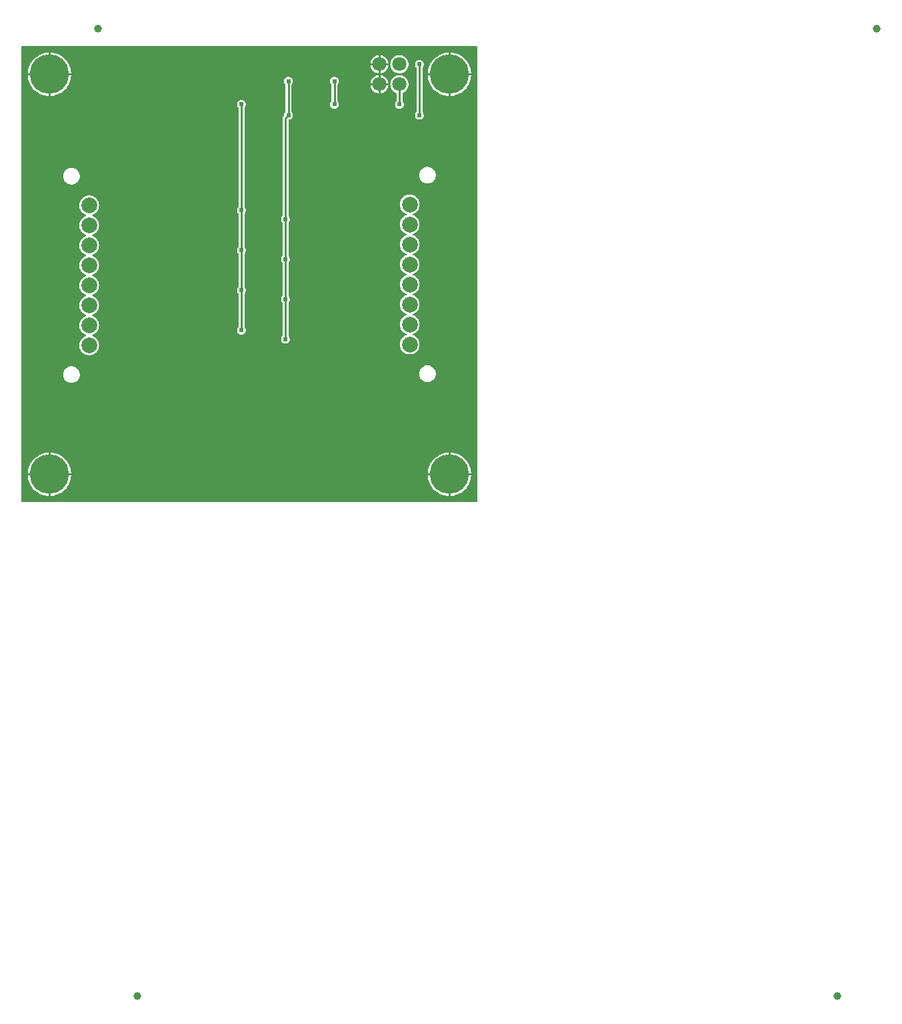
<source format=gbl>
G04 Layer: BottomLayer*
G04 Panelize: V-CUT, Column: 2, Row: 2, Board Size: 58.42mm x 58.42mm, Panelized Board Size: 118.84mm x 118.84mm*
G04 EasyEDA v6.5.34, 2023-09-17 23:44:37*
G04 cd246424f58644acbb11c68d5f65e239,5a6b42c53f6a479593ecc07194224c93,10*
G04 Gerber Generator version 0.2*
G04 Scale: 100 percent, Rotated: No, Reflected: No *
G04 Dimensions in millimeters *
G04 leading zeros omitted , absolute positions ,4 integer and 5 decimal *
%FSLAX45Y45*%
%MOMM*%

%ADD10C,0.2540*%
%ADD11C,1.0000*%
%ADD12C,5.0000*%
%ADD13C,2.0000*%
%ADD14C,1.8000*%
%ADD15C,0.6096*%
%ADD16C,0.0153*%

%LPD*%
G36*
X5805932Y25908D02*
G01*
X36068Y26416D01*
X32156Y27178D01*
X28905Y29362D01*
X26670Y32664D01*
X25908Y36576D01*
X25908Y5805932D01*
X26670Y5809843D01*
X28905Y5813094D01*
X32156Y5815330D01*
X36068Y5816092D01*
X5805932Y5816092D01*
X5809843Y5815330D01*
X5813094Y5813094D01*
X5815330Y5809843D01*
X5816092Y5805932D01*
X5816092Y36068D01*
X5815330Y32207D01*
X5813094Y28905D01*
X5809843Y26670D01*
G37*

%LPC*%
G36*
X4584700Y5600700D02*
G01*
X4687112Y5600700D01*
X4686960Y5602528D01*
X4684268Y5616803D01*
X4679746Y5630672D01*
X4673549Y5643829D01*
X4665776Y5656122D01*
X4656480Y5667349D01*
X4645863Y5677306D01*
X4634077Y5685840D01*
X4621326Y5692851D01*
X4607814Y5698236D01*
X4593691Y5701842D01*
X4584700Y5702960D01*
G37*
G36*
X393700Y105562D02*
G01*
X398322Y105664D01*
X421284Y108051D01*
X443992Y112369D01*
X466242Y118618D01*
X487934Y126644D01*
X508812Y136499D01*
X528828Y148031D01*
X547827Y161239D01*
X565607Y175971D01*
X582117Y192125D01*
X597204Y209600D01*
X610819Y228295D01*
X622757Y248107D01*
X633018Y268782D01*
X641553Y290271D01*
X648208Y312369D01*
X653034Y334975D01*
X655929Y357936D01*
X656336Y368300D01*
X393700Y368300D01*
G37*
G36*
X5448300Y105613D02*
G01*
X5448300Y368300D01*
X5185410Y368300D01*
X5187289Y346405D01*
X5191150Y323646D01*
X5196890Y301244D01*
X5204460Y279450D01*
X5213858Y258317D01*
X5224983Y238099D01*
X5237784Y218846D01*
X5252161Y200710D01*
X5267960Y183896D01*
X5285130Y168402D01*
X5303520Y154432D01*
X5323027Y142087D01*
X5343499Y131368D01*
X5364835Y122428D01*
X5386781Y115265D01*
X5409285Y109982D01*
X5432145Y106629D01*
G37*
G36*
X368300Y105613D02*
G01*
X368300Y368300D01*
X105410Y368300D01*
X107289Y346405D01*
X111150Y323646D01*
X116890Y301244D01*
X124460Y279450D01*
X133858Y258317D01*
X144983Y238099D01*
X157784Y218846D01*
X172161Y200710D01*
X187960Y183896D01*
X205130Y168402D01*
X223520Y154432D01*
X243027Y142087D01*
X263499Y131368D01*
X284835Y122428D01*
X306781Y115265D01*
X329285Y109982D01*
X352145Y106629D01*
G37*
G36*
X5473700Y393700D02*
G01*
X5736336Y393700D01*
X5735929Y404063D01*
X5733034Y427024D01*
X5728208Y449630D01*
X5721553Y471728D01*
X5713018Y493217D01*
X5702757Y513892D01*
X5690819Y533704D01*
X5677204Y552348D01*
X5662117Y569874D01*
X5645607Y586028D01*
X5627827Y600760D01*
X5608828Y613968D01*
X5588812Y625500D01*
X5567934Y635355D01*
X5546242Y643382D01*
X5523992Y649630D01*
X5501284Y653948D01*
X5478322Y656336D01*
X5473700Y656437D01*
G37*
G36*
X393700Y393700D02*
G01*
X656336Y393700D01*
X655929Y404063D01*
X653034Y427024D01*
X648208Y449630D01*
X641553Y471728D01*
X633018Y493217D01*
X622757Y513892D01*
X610819Y533704D01*
X597204Y552348D01*
X582117Y569874D01*
X565607Y586028D01*
X547827Y600760D01*
X528828Y613968D01*
X508812Y625500D01*
X487934Y635355D01*
X466242Y643382D01*
X443992Y649630D01*
X421284Y653948D01*
X398322Y656336D01*
X393700Y656437D01*
G37*
G36*
X5185410Y393700D02*
G01*
X5448300Y393700D01*
X5448300Y656386D01*
X5432145Y655370D01*
X5409285Y652018D01*
X5386781Y646734D01*
X5364835Y639572D01*
X5343499Y630631D01*
X5323027Y619912D01*
X5303520Y607568D01*
X5285130Y593598D01*
X5267960Y578104D01*
X5252161Y561289D01*
X5237784Y543153D01*
X5224983Y523900D01*
X5213858Y503682D01*
X5204460Y482549D01*
X5196890Y460756D01*
X5191150Y438353D01*
X5187289Y415594D01*
G37*
G36*
X105410Y393700D02*
G01*
X368300Y393700D01*
X368300Y656386D01*
X352145Y655370D01*
X329285Y652018D01*
X306781Y646734D01*
X284835Y639572D01*
X263499Y630631D01*
X243027Y619912D01*
X223520Y607568D01*
X205130Y593598D01*
X187960Y578104D01*
X172161Y561289D01*
X157784Y543153D01*
X144983Y523900D01*
X133858Y503682D01*
X124460Y482549D01*
X116890Y460756D01*
X111150Y438353D01*
X107289Y415594D01*
G37*
G36*
X660400Y1539900D02*
G01*
X674217Y1540814D01*
X687781Y1543507D01*
X700938Y1547977D01*
X713333Y1554073D01*
X724865Y1561795D01*
X735279Y1570939D01*
X744423Y1581353D01*
X752094Y1592834D01*
X758240Y1605280D01*
X762660Y1618386D01*
X765403Y1631950D01*
X766267Y1645767D01*
X765403Y1659636D01*
X762660Y1673199D01*
X758240Y1686306D01*
X752094Y1698752D01*
X744423Y1710232D01*
X735279Y1720646D01*
X724865Y1729790D01*
X713333Y1737512D01*
X700938Y1743608D01*
X687781Y1748078D01*
X674217Y1750771D01*
X660400Y1751685D01*
X646582Y1750771D01*
X633018Y1748078D01*
X619861Y1743608D01*
X607466Y1737512D01*
X595934Y1729790D01*
X585520Y1720646D01*
X576376Y1710232D01*
X568706Y1698752D01*
X562559Y1686306D01*
X558139Y1673199D01*
X555396Y1659636D01*
X554532Y1645767D01*
X555396Y1631950D01*
X558139Y1618386D01*
X562559Y1605280D01*
X568706Y1592834D01*
X576376Y1581353D01*
X585520Y1570939D01*
X595934Y1561795D01*
X607466Y1554073D01*
X619861Y1547977D01*
X633018Y1543507D01*
X646582Y1540814D01*
G37*
G36*
X5181600Y1551736D02*
G01*
X5195417Y1552600D01*
X5208981Y1555343D01*
X5222138Y1559763D01*
X5234533Y1565910D01*
X5246065Y1573580D01*
X5256479Y1582724D01*
X5265623Y1593138D01*
X5273294Y1604670D01*
X5279440Y1617065D01*
X5283860Y1630222D01*
X5286603Y1643786D01*
X5287467Y1657604D01*
X5286603Y1671421D01*
X5283860Y1684985D01*
X5279440Y1698142D01*
X5273294Y1710537D01*
X5265623Y1722069D01*
X5256479Y1732483D01*
X5246065Y1741627D01*
X5234533Y1749298D01*
X5222138Y1755444D01*
X5208981Y1759864D01*
X5195417Y1762607D01*
X5181600Y1763471D01*
X5167782Y1762607D01*
X5154218Y1759864D01*
X5141061Y1755444D01*
X5128666Y1749298D01*
X5117134Y1741627D01*
X5106720Y1732483D01*
X5097576Y1722069D01*
X5089906Y1710537D01*
X5083759Y1698142D01*
X5079339Y1684985D01*
X5076596Y1671421D01*
X5075732Y1657604D01*
X5076596Y1643786D01*
X5079339Y1630222D01*
X5083759Y1617065D01*
X5089906Y1604670D01*
X5097576Y1593138D01*
X5106720Y1582724D01*
X5117134Y1573580D01*
X5128666Y1565910D01*
X5141061Y1559763D01*
X5154218Y1555343D01*
X5167782Y1552600D01*
G37*
G36*
X885393Y1891538D02*
G01*
X900582Y1892452D01*
X915517Y1895195D01*
X930046Y1899716D01*
X943914Y1905914D01*
X956919Y1913788D01*
X968908Y1923186D01*
X979627Y1933905D01*
X989025Y1945893D01*
X996899Y1958898D01*
X1003096Y1972767D01*
X1007618Y1987296D01*
X1010361Y2002231D01*
X1011275Y2017420D01*
X1010361Y2032558D01*
X1007618Y2047544D01*
X1003096Y2062022D01*
X996899Y2075891D01*
X989025Y2088896D01*
X979627Y2100884D01*
X968908Y2111654D01*
X956919Y2121001D01*
X943914Y2128875D01*
X929995Y2135124D01*
X926846Y2137359D01*
X924712Y2140610D01*
X924001Y2144420D01*
X924712Y2148179D01*
X926846Y2151430D01*
X929995Y2153666D01*
X943914Y2159914D01*
X956919Y2167788D01*
X968908Y2177186D01*
X979627Y2187905D01*
X989025Y2199894D01*
X996899Y2212898D01*
X1003096Y2226767D01*
X1007618Y2241296D01*
X1010361Y2256231D01*
X1011275Y2271420D01*
X1010361Y2286558D01*
X1007618Y2301544D01*
X1003096Y2316022D01*
X996899Y2329891D01*
X989025Y2342896D01*
X979627Y2354884D01*
X968908Y2365654D01*
X956919Y2375001D01*
X943914Y2382875D01*
X929995Y2389124D01*
X926846Y2391359D01*
X924712Y2394610D01*
X924001Y2398420D01*
X924712Y2402179D01*
X926846Y2405430D01*
X929995Y2407666D01*
X943914Y2413914D01*
X956919Y2421788D01*
X968908Y2431186D01*
X979627Y2441905D01*
X989025Y2453894D01*
X996899Y2466898D01*
X1003096Y2480767D01*
X1007618Y2495296D01*
X1010361Y2510231D01*
X1011275Y2525420D01*
X1010361Y2540558D01*
X1007618Y2555544D01*
X1003096Y2570022D01*
X996899Y2583891D01*
X989025Y2596896D01*
X979627Y2608884D01*
X968908Y2619654D01*
X956919Y2629001D01*
X943914Y2636875D01*
X929995Y2643124D01*
X926846Y2645359D01*
X924712Y2648610D01*
X924001Y2652420D01*
X924712Y2656179D01*
X926846Y2659430D01*
X929995Y2661666D01*
X943914Y2667914D01*
X956919Y2675788D01*
X968908Y2685186D01*
X979627Y2695905D01*
X989025Y2707894D01*
X996899Y2720898D01*
X1003096Y2734767D01*
X1007618Y2749296D01*
X1010361Y2764231D01*
X1011275Y2779420D01*
X1010361Y2794558D01*
X1007618Y2809544D01*
X1003096Y2824022D01*
X996899Y2837891D01*
X989025Y2850896D01*
X979627Y2862884D01*
X968908Y2873654D01*
X956919Y2883001D01*
X943914Y2890875D01*
X929995Y2897124D01*
X926846Y2899359D01*
X924712Y2902610D01*
X924001Y2906420D01*
X924712Y2910179D01*
X926846Y2913430D01*
X929995Y2915666D01*
X943914Y2921914D01*
X956919Y2929788D01*
X968908Y2939186D01*
X979627Y2949905D01*
X989025Y2961894D01*
X996899Y2974898D01*
X1003096Y2988767D01*
X1007618Y3003296D01*
X1010361Y3018231D01*
X1011275Y3033420D01*
X1010361Y3048558D01*
X1007618Y3063544D01*
X1003096Y3078022D01*
X996899Y3091891D01*
X989025Y3104896D01*
X979627Y3116884D01*
X968908Y3127654D01*
X956919Y3137001D01*
X943914Y3144875D01*
X929995Y3151124D01*
X926846Y3153359D01*
X924712Y3156610D01*
X924001Y3160420D01*
X924712Y3164179D01*
X926846Y3167430D01*
X929995Y3169666D01*
X943914Y3175914D01*
X956919Y3183788D01*
X968908Y3193186D01*
X979627Y3203905D01*
X989025Y3215894D01*
X996899Y3228898D01*
X1003096Y3242767D01*
X1007618Y3257296D01*
X1010361Y3272231D01*
X1011275Y3287420D01*
X1010361Y3302558D01*
X1007618Y3317544D01*
X1003096Y3332022D01*
X996899Y3345891D01*
X989025Y3358896D01*
X979627Y3370884D01*
X968908Y3381654D01*
X956919Y3391001D01*
X943914Y3398875D01*
X929995Y3405124D01*
X926846Y3407359D01*
X924712Y3410610D01*
X924001Y3414420D01*
X924712Y3418179D01*
X926846Y3421430D01*
X929995Y3423665D01*
X943914Y3429914D01*
X956919Y3437788D01*
X968908Y3447186D01*
X979627Y3457905D01*
X989025Y3469894D01*
X996899Y3482898D01*
X1003096Y3496767D01*
X1007618Y3511296D01*
X1010361Y3526231D01*
X1011275Y3541420D01*
X1010361Y3556558D01*
X1007618Y3571544D01*
X1003096Y3586022D01*
X996899Y3599891D01*
X989025Y3612896D01*
X979627Y3624884D01*
X968908Y3635654D01*
X956919Y3645001D01*
X943914Y3652875D01*
X929995Y3659124D01*
X926846Y3661359D01*
X924712Y3664610D01*
X924001Y3668420D01*
X924712Y3672179D01*
X926846Y3675430D01*
X929995Y3677665D01*
X943914Y3683914D01*
X956919Y3691788D01*
X968908Y3701186D01*
X979627Y3711905D01*
X989025Y3723894D01*
X996899Y3736898D01*
X1003096Y3750767D01*
X1007618Y3765296D01*
X1010361Y3780231D01*
X1011275Y3795420D01*
X1010361Y3810558D01*
X1007618Y3825544D01*
X1003096Y3840022D01*
X996899Y3853891D01*
X989025Y3866896D01*
X979627Y3878884D01*
X968908Y3889654D01*
X956919Y3899001D01*
X943914Y3906875D01*
X930046Y3913124D01*
X915517Y3917645D01*
X900582Y3920388D01*
X885393Y3921302D01*
X870254Y3920388D01*
X855268Y3917645D01*
X840790Y3913124D01*
X826922Y3906875D01*
X813917Y3899001D01*
X801928Y3889654D01*
X791159Y3878884D01*
X781812Y3866896D01*
X773938Y3853891D01*
X767689Y3840022D01*
X763168Y3825544D01*
X760425Y3810558D01*
X759510Y3795420D01*
X760425Y3780231D01*
X763168Y3765296D01*
X767689Y3750767D01*
X773938Y3736898D01*
X781812Y3723894D01*
X791159Y3711905D01*
X801928Y3701186D01*
X813917Y3691788D01*
X826922Y3683914D01*
X840841Y3677665D01*
X843991Y3675430D01*
X846074Y3672179D01*
X846836Y3668420D01*
X846074Y3664610D01*
X843991Y3661359D01*
X840841Y3659124D01*
X826922Y3652875D01*
X813917Y3645001D01*
X801928Y3635654D01*
X791159Y3624884D01*
X781812Y3612896D01*
X773938Y3599891D01*
X767689Y3586022D01*
X763168Y3571544D01*
X760425Y3556558D01*
X759510Y3541420D01*
X760425Y3526231D01*
X763168Y3511296D01*
X767689Y3496767D01*
X773938Y3482898D01*
X781812Y3469894D01*
X791159Y3457905D01*
X801928Y3447186D01*
X813917Y3437788D01*
X826922Y3429914D01*
X840841Y3423665D01*
X843991Y3421430D01*
X846074Y3418179D01*
X846836Y3414420D01*
X846074Y3410610D01*
X843991Y3407359D01*
X840841Y3405124D01*
X826922Y3398875D01*
X813917Y3391001D01*
X801928Y3381654D01*
X791159Y3370884D01*
X781812Y3358896D01*
X773938Y3345891D01*
X767689Y3332022D01*
X763168Y3317544D01*
X760425Y3302558D01*
X759510Y3287420D01*
X760425Y3272231D01*
X763168Y3257296D01*
X767689Y3242767D01*
X773938Y3228898D01*
X781812Y3215894D01*
X791159Y3203905D01*
X801928Y3193186D01*
X813917Y3183788D01*
X826922Y3175914D01*
X840841Y3169666D01*
X843991Y3167430D01*
X846074Y3164179D01*
X846836Y3160420D01*
X846074Y3156610D01*
X843991Y3153359D01*
X840841Y3151124D01*
X826922Y3144875D01*
X813917Y3137001D01*
X801928Y3127654D01*
X791159Y3116884D01*
X781812Y3104896D01*
X773938Y3091891D01*
X767689Y3078022D01*
X763168Y3063544D01*
X760425Y3048558D01*
X759510Y3033420D01*
X760425Y3018231D01*
X763168Y3003296D01*
X767689Y2988767D01*
X773938Y2974898D01*
X781812Y2961894D01*
X791159Y2949905D01*
X801928Y2939186D01*
X813917Y2929788D01*
X826922Y2921914D01*
X840841Y2915666D01*
X843991Y2913430D01*
X846074Y2910179D01*
X846836Y2906420D01*
X846074Y2902610D01*
X843991Y2899359D01*
X840841Y2897124D01*
X826922Y2890875D01*
X813917Y2883001D01*
X801928Y2873654D01*
X791159Y2862884D01*
X781812Y2850896D01*
X773938Y2837891D01*
X767689Y2824022D01*
X763168Y2809544D01*
X760425Y2794558D01*
X759510Y2779420D01*
X760425Y2764231D01*
X763168Y2749296D01*
X767689Y2734767D01*
X773938Y2720898D01*
X781812Y2707894D01*
X791159Y2695905D01*
X801928Y2685186D01*
X813917Y2675788D01*
X826922Y2667914D01*
X840841Y2661666D01*
X843991Y2659430D01*
X846074Y2656179D01*
X846836Y2652420D01*
X846074Y2648610D01*
X843991Y2645359D01*
X840841Y2643124D01*
X826922Y2636875D01*
X813917Y2629001D01*
X801928Y2619654D01*
X791159Y2608884D01*
X781812Y2596896D01*
X773938Y2583891D01*
X767689Y2570022D01*
X763168Y2555544D01*
X760425Y2540558D01*
X759510Y2525420D01*
X760425Y2510231D01*
X763168Y2495296D01*
X767689Y2480767D01*
X773938Y2466898D01*
X781812Y2453894D01*
X791159Y2441905D01*
X801928Y2431186D01*
X813917Y2421788D01*
X826922Y2413914D01*
X840841Y2407666D01*
X843991Y2405430D01*
X846074Y2402179D01*
X846836Y2398420D01*
X846074Y2394610D01*
X843991Y2391359D01*
X840841Y2389124D01*
X826922Y2382875D01*
X813917Y2375001D01*
X801928Y2365654D01*
X791159Y2354884D01*
X781812Y2342896D01*
X773938Y2329891D01*
X767689Y2316022D01*
X763168Y2301544D01*
X760425Y2286558D01*
X759510Y2271420D01*
X760425Y2256231D01*
X763168Y2241296D01*
X767689Y2226767D01*
X773938Y2212898D01*
X781812Y2199894D01*
X791159Y2187905D01*
X801928Y2177186D01*
X813917Y2167788D01*
X826922Y2159914D01*
X840841Y2153666D01*
X843991Y2151430D01*
X846074Y2148179D01*
X846836Y2144420D01*
X846074Y2140610D01*
X843991Y2137359D01*
X840841Y2135124D01*
X826922Y2128875D01*
X813917Y2121001D01*
X801928Y2111654D01*
X791159Y2100884D01*
X781812Y2088896D01*
X773938Y2075891D01*
X767689Y2062022D01*
X763168Y2047544D01*
X760425Y2032558D01*
X759510Y2017420D01*
X760425Y2002231D01*
X763168Y1987296D01*
X767689Y1972767D01*
X773938Y1958898D01*
X781812Y1945893D01*
X791159Y1933905D01*
X801928Y1923186D01*
X813917Y1913788D01*
X826922Y1905914D01*
X840790Y1899716D01*
X855268Y1895195D01*
X870254Y1892452D01*
G37*
G36*
X4956606Y1903323D02*
G01*
X4971745Y1904238D01*
X4986731Y1906981D01*
X5001209Y1911502D01*
X5015077Y1917750D01*
X5028082Y1925574D01*
X5040071Y1934972D01*
X5050840Y1945741D01*
X5060188Y1957679D01*
X5068062Y1970684D01*
X5074310Y1984552D01*
X5078831Y1999081D01*
X5081574Y2014016D01*
X5082489Y2029206D01*
X5081574Y2044395D01*
X5078831Y2059330D01*
X5074310Y2073859D01*
X5068062Y2087676D01*
X5060188Y2100732D01*
X5050840Y2112670D01*
X5040071Y2123440D01*
X5028082Y2132787D01*
X5015077Y2140661D01*
X5001158Y2146909D01*
X4998008Y2149144D01*
X4995926Y2152396D01*
X4995164Y2156206D01*
X4995926Y2160016D01*
X4998008Y2163216D01*
X5001158Y2165451D01*
X5015077Y2171750D01*
X5028082Y2179574D01*
X5040071Y2188972D01*
X5050840Y2199741D01*
X5060188Y2211679D01*
X5068062Y2224684D01*
X5074310Y2238552D01*
X5078831Y2253081D01*
X5081574Y2268016D01*
X5082489Y2283206D01*
X5081574Y2298395D01*
X5078831Y2313330D01*
X5074310Y2327859D01*
X5068062Y2341676D01*
X5060188Y2354732D01*
X5050840Y2366670D01*
X5040071Y2377440D01*
X5028082Y2386787D01*
X5015077Y2394661D01*
X5001158Y2400909D01*
X4998008Y2403144D01*
X4995926Y2406396D01*
X4995164Y2410206D01*
X4995926Y2414016D01*
X4998008Y2417216D01*
X5001158Y2419451D01*
X5015077Y2425750D01*
X5028082Y2433574D01*
X5040071Y2442972D01*
X5050840Y2453741D01*
X5060188Y2465679D01*
X5068062Y2478684D01*
X5074310Y2492552D01*
X5078831Y2507081D01*
X5081574Y2522016D01*
X5082489Y2537206D01*
X5081574Y2552395D01*
X5078831Y2567330D01*
X5074310Y2581859D01*
X5068062Y2595676D01*
X5060188Y2608732D01*
X5050840Y2620670D01*
X5040071Y2631440D01*
X5028082Y2640787D01*
X5015077Y2648661D01*
X5001158Y2654909D01*
X4998008Y2657144D01*
X4995926Y2660396D01*
X4995164Y2664206D01*
X4995926Y2668016D01*
X4998008Y2671216D01*
X5001158Y2673451D01*
X5015077Y2679750D01*
X5028082Y2687574D01*
X5040071Y2696972D01*
X5050840Y2707741D01*
X5060188Y2719679D01*
X5068062Y2732684D01*
X5074310Y2746552D01*
X5078831Y2761081D01*
X5081574Y2776016D01*
X5082489Y2791206D01*
X5081574Y2806395D01*
X5078831Y2821330D01*
X5074310Y2835859D01*
X5068062Y2849676D01*
X5060188Y2862732D01*
X5050840Y2874670D01*
X5040071Y2885440D01*
X5028082Y2894787D01*
X5015077Y2902661D01*
X5001158Y2908909D01*
X4998008Y2911144D01*
X4995926Y2914396D01*
X4995164Y2918206D01*
X4995926Y2922016D01*
X4998008Y2925216D01*
X5001158Y2927451D01*
X5015077Y2933750D01*
X5028082Y2941574D01*
X5040071Y2950972D01*
X5050840Y2961741D01*
X5060188Y2973679D01*
X5068062Y2986684D01*
X5074310Y3000552D01*
X5078831Y3015081D01*
X5081574Y3030016D01*
X5082489Y3045206D01*
X5081574Y3060395D01*
X5078831Y3075330D01*
X5074310Y3089859D01*
X5068062Y3103676D01*
X5060188Y3116732D01*
X5050840Y3128670D01*
X5040071Y3139440D01*
X5028082Y3148787D01*
X5015077Y3156661D01*
X5001158Y3162909D01*
X4998008Y3165144D01*
X4995926Y3168396D01*
X4995164Y3172206D01*
X4995926Y3176016D01*
X4998008Y3179216D01*
X5001158Y3181451D01*
X5015077Y3187750D01*
X5028082Y3195574D01*
X5040071Y3204972D01*
X5050840Y3215741D01*
X5060188Y3227679D01*
X5068062Y3240684D01*
X5074310Y3254552D01*
X5078831Y3269081D01*
X5081574Y3284016D01*
X5082489Y3299206D01*
X5081574Y3314395D01*
X5078831Y3329330D01*
X5074310Y3343859D01*
X5068062Y3357676D01*
X5060188Y3370732D01*
X5050840Y3382670D01*
X5040071Y3393440D01*
X5028082Y3402787D01*
X5015077Y3410661D01*
X5001158Y3416909D01*
X4998008Y3419144D01*
X4995926Y3422396D01*
X4995164Y3426206D01*
X4995926Y3430015D01*
X4998008Y3433216D01*
X5001158Y3435451D01*
X5015077Y3441750D01*
X5028082Y3449574D01*
X5040071Y3458972D01*
X5050840Y3469741D01*
X5060188Y3481679D01*
X5068062Y3494684D01*
X5074310Y3508552D01*
X5078831Y3523081D01*
X5081574Y3538016D01*
X5082489Y3553206D01*
X5081574Y3568395D01*
X5078831Y3583330D01*
X5074310Y3597859D01*
X5068062Y3611676D01*
X5060188Y3624732D01*
X5050840Y3636670D01*
X5040071Y3647440D01*
X5028082Y3656787D01*
X5015077Y3664661D01*
X5001158Y3670909D01*
X4998008Y3673144D01*
X4995926Y3676396D01*
X4995164Y3680206D01*
X4995926Y3684015D01*
X4998008Y3687216D01*
X5001158Y3689451D01*
X5015077Y3695750D01*
X5028082Y3703574D01*
X5040071Y3712972D01*
X5050840Y3723741D01*
X5060188Y3735679D01*
X5068062Y3748684D01*
X5074310Y3762552D01*
X5078831Y3777081D01*
X5081574Y3792016D01*
X5082489Y3807206D01*
X5081574Y3822395D01*
X5078831Y3837330D01*
X5074310Y3851859D01*
X5068062Y3865676D01*
X5060188Y3878732D01*
X5050840Y3890670D01*
X5040071Y3901440D01*
X5028082Y3910787D01*
X5015077Y3918661D01*
X5001209Y3924909D01*
X4986731Y3929430D01*
X4971745Y3932174D01*
X4956606Y3933088D01*
X4941417Y3932174D01*
X4926482Y3929430D01*
X4911953Y3924909D01*
X4898085Y3918661D01*
X4885080Y3910787D01*
X4873091Y3901440D01*
X4862372Y3890670D01*
X4852974Y3878732D01*
X4845100Y3865676D01*
X4838903Y3851859D01*
X4834382Y3837330D01*
X4831638Y3822395D01*
X4830724Y3807206D01*
X4831638Y3792016D01*
X4834382Y3777081D01*
X4838903Y3762552D01*
X4845100Y3748684D01*
X4852974Y3735679D01*
X4862372Y3723741D01*
X4873091Y3712972D01*
X4885080Y3703574D01*
X4898085Y3695750D01*
X4912004Y3689451D01*
X4915154Y3687216D01*
X4917287Y3684015D01*
X4917998Y3680206D01*
X4917287Y3676396D01*
X4915154Y3673144D01*
X4912004Y3670909D01*
X4898085Y3664661D01*
X4885080Y3656787D01*
X4873091Y3647440D01*
X4862372Y3636670D01*
X4852974Y3624732D01*
X4845100Y3611676D01*
X4838903Y3597859D01*
X4834382Y3583330D01*
X4831638Y3568395D01*
X4830724Y3553206D01*
X4831638Y3538016D01*
X4834382Y3523081D01*
X4838903Y3508552D01*
X4845100Y3494684D01*
X4852974Y3481679D01*
X4862372Y3469741D01*
X4873091Y3458972D01*
X4885080Y3449574D01*
X4898085Y3441750D01*
X4912004Y3435451D01*
X4915154Y3433216D01*
X4917287Y3430015D01*
X4917998Y3426206D01*
X4917287Y3422396D01*
X4915154Y3419144D01*
X4912004Y3416909D01*
X4898085Y3410661D01*
X4885080Y3402787D01*
X4873091Y3393440D01*
X4862372Y3382670D01*
X4852974Y3370732D01*
X4845100Y3357676D01*
X4838903Y3343859D01*
X4834382Y3329330D01*
X4831638Y3314395D01*
X4830724Y3299206D01*
X4831638Y3284016D01*
X4834382Y3269081D01*
X4838903Y3254552D01*
X4845100Y3240684D01*
X4852974Y3227679D01*
X4862372Y3215741D01*
X4873091Y3204972D01*
X4885080Y3195574D01*
X4898085Y3187750D01*
X4912004Y3181451D01*
X4915154Y3179216D01*
X4917287Y3176016D01*
X4917998Y3172206D01*
X4917287Y3168396D01*
X4915154Y3165144D01*
X4912004Y3162909D01*
X4898085Y3156661D01*
X4885080Y3148787D01*
X4873091Y3139440D01*
X4862372Y3128670D01*
X4852974Y3116732D01*
X4845100Y3103676D01*
X4838903Y3089859D01*
X4834382Y3075330D01*
X4831638Y3060395D01*
X4830724Y3045206D01*
X4831638Y3030016D01*
X4834382Y3015081D01*
X4838903Y3000552D01*
X4845100Y2986684D01*
X4852974Y2973679D01*
X4862372Y2961741D01*
X4873091Y2950972D01*
X4885080Y2941574D01*
X4898085Y2933750D01*
X4912004Y2927451D01*
X4915154Y2925216D01*
X4917287Y2922016D01*
X4917998Y2918206D01*
X4917287Y2914396D01*
X4915154Y2911144D01*
X4912004Y2908909D01*
X4898085Y2902661D01*
X4885080Y2894787D01*
X4873091Y2885440D01*
X4862372Y2874670D01*
X4852974Y2862732D01*
X4845100Y2849676D01*
X4838903Y2835859D01*
X4834382Y2821330D01*
X4831638Y2806395D01*
X4830724Y2791206D01*
X4831638Y2776016D01*
X4834382Y2761081D01*
X4838903Y2746552D01*
X4845100Y2732684D01*
X4852974Y2719679D01*
X4862372Y2707741D01*
X4873091Y2696972D01*
X4885080Y2687574D01*
X4898085Y2679750D01*
X4912004Y2673451D01*
X4915154Y2671216D01*
X4917287Y2668016D01*
X4917998Y2664206D01*
X4917287Y2660396D01*
X4915154Y2657144D01*
X4912004Y2654909D01*
X4898085Y2648661D01*
X4885080Y2640787D01*
X4873091Y2631440D01*
X4862372Y2620670D01*
X4852974Y2608732D01*
X4845100Y2595676D01*
X4838903Y2581859D01*
X4834382Y2567330D01*
X4831638Y2552395D01*
X4830724Y2537206D01*
X4831638Y2522016D01*
X4834382Y2507081D01*
X4838903Y2492552D01*
X4845100Y2478684D01*
X4852974Y2465679D01*
X4862372Y2453741D01*
X4873091Y2442972D01*
X4885080Y2433574D01*
X4898085Y2425750D01*
X4912004Y2419451D01*
X4915154Y2417216D01*
X4917287Y2414016D01*
X4917998Y2410206D01*
X4917287Y2406396D01*
X4915154Y2403144D01*
X4912004Y2400909D01*
X4898085Y2394661D01*
X4885080Y2386787D01*
X4873091Y2377440D01*
X4862372Y2366670D01*
X4852974Y2354732D01*
X4845100Y2341676D01*
X4838903Y2327859D01*
X4834382Y2313330D01*
X4831638Y2298395D01*
X4830724Y2283206D01*
X4831638Y2268016D01*
X4834382Y2253081D01*
X4838903Y2238552D01*
X4845100Y2224684D01*
X4852974Y2211679D01*
X4862372Y2199741D01*
X4873091Y2188972D01*
X4885080Y2179574D01*
X4898085Y2171750D01*
X4912004Y2165451D01*
X4915154Y2163216D01*
X4917287Y2160016D01*
X4917998Y2156206D01*
X4917287Y2152396D01*
X4915154Y2149144D01*
X4912004Y2146909D01*
X4898085Y2140661D01*
X4885080Y2132787D01*
X4873091Y2123440D01*
X4862372Y2112670D01*
X4852974Y2100732D01*
X4845100Y2087676D01*
X4838903Y2073859D01*
X4834382Y2059330D01*
X4831638Y2044395D01*
X4830724Y2029206D01*
X4831638Y2014016D01*
X4834382Y1999081D01*
X4838903Y1984552D01*
X4845100Y1970684D01*
X4852974Y1957679D01*
X4862372Y1945741D01*
X4873091Y1934972D01*
X4885080Y1925574D01*
X4898085Y1917750D01*
X4911953Y1911502D01*
X4926482Y1906981D01*
X4941417Y1904238D01*
G37*
G36*
X3378200Y2039162D02*
G01*
X3388004Y2040026D01*
X3397453Y2042566D01*
X3406394Y2046681D01*
X3414420Y2052320D01*
X3421379Y2059279D01*
X3427018Y2067306D01*
X3431133Y2076246D01*
X3433673Y2085695D01*
X3434537Y2095500D01*
X3433673Y2105304D01*
X3431133Y2114753D01*
X3427018Y2123694D01*
X3421379Y2131720D01*
X3419805Y2133295D01*
X3417570Y2136597D01*
X3416808Y2140508D01*
X3416808Y2558491D01*
X3417570Y2562402D01*
X3419805Y2565704D01*
X3421379Y2567279D01*
X3427018Y2575306D01*
X3431133Y2584246D01*
X3433673Y2593695D01*
X3434537Y2603500D01*
X3433673Y2613304D01*
X3431133Y2622753D01*
X3427018Y2631694D01*
X3421379Y2639720D01*
X3419805Y2641295D01*
X3417570Y2644597D01*
X3416808Y2648508D01*
X3416808Y3066491D01*
X3417570Y3070402D01*
X3419805Y3073704D01*
X3421379Y3075279D01*
X3427018Y3083306D01*
X3431133Y3092246D01*
X3433673Y3101695D01*
X3434537Y3111500D01*
X3433673Y3121304D01*
X3431133Y3130753D01*
X3427018Y3139694D01*
X3421379Y3147720D01*
X3419805Y3149295D01*
X3417570Y3152597D01*
X3416808Y3156508D01*
X3416808Y3574491D01*
X3417570Y3578402D01*
X3419805Y3581704D01*
X3421379Y3583279D01*
X3427018Y3591306D01*
X3431133Y3600246D01*
X3433673Y3609695D01*
X3434537Y3619500D01*
X3433673Y3629304D01*
X3431133Y3638753D01*
X3427018Y3647694D01*
X3421379Y3655720D01*
X3419805Y3657295D01*
X3417570Y3660597D01*
X3416808Y3664508D01*
X3416808Y4874666D01*
X3417519Y4878374D01*
X3419500Y4881524D01*
X3422497Y4883810D01*
X3435553Y4887366D01*
X3444494Y4891481D01*
X3452520Y4897120D01*
X3459479Y4904079D01*
X3465118Y4912106D01*
X3469233Y4921046D01*
X3471773Y4930495D01*
X3472637Y4940300D01*
X3471773Y4950104D01*
X3469233Y4959553D01*
X3465118Y4968494D01*
X3459479Y4976520D01*
X3457905Y4978095D01*
X3455670Y4981397D01*
X3454908Y4985308D01*
X3454908Y5327091D01*
X3455670Y5331002D01*
X3457905Y5334304D01*
X3459479Y5335879D01*
X3465118Y5343906D01*
X3469233Y5352846D01*
X3471773Y5362295D01*
X3472637Y5372100D01*
X3471773Y5381904D01*
X3469233Y5391353D01*
X3465118Y5400294D01*
X3459479Y5408320D01*
X3452520Y5415280D01*
X3444494Y5420918D01*
X3435553Y5425033D01*
X3426104Y5427573D01*
X3416300Y5428437D01*
X3406495Y5427573D01*
X3397046Y5425033D01*
X3388106Y5420918D01*
X3380079Y5415280D01*
X3373120Y5408320D01*
X3367481Y5400294D01*
X3363366Y5391353D01*
X3360826Y5381904D01*
X3359962Y5372100D01*
X3360826Y5362295D01*
X3363366Y5352846D01*
X3367481Y5343906D01*
X3373120Y5335879D01*
X3374694Y5334304D01*
X3376929Y5331002D01*
X3377692Y5327091D01*
X3377692Y4985308D01*
X3376929Y4981397D01*
X3374694Y4978095D01*
X3373120Y4976520D01*
X3367481Y4968494D01*
X3363366Y4959553D01*
X3360826Y4950104D01*
X3360115Y4942078D01*
X3359200Y4938674D01*
X3357168Y4935778D01*
X3351276Y4929835D01*
X3346145Y4923637D01*
X3342589Y4916932D01*
X3340404Y4909718D01*
X3339592Y4901692D01*
X3339592Y3664508D01*
X3338829Y3660597D01*
X3336594Y3657295D01*
X3335020Y3655720D01*
X3329381Y3647694D01*
X3325266Y3638753D01*
X3322726Y3629304D01*
X3321862Y3619500D01*
X3322726Y3609695D01*
X3325266Y3600246D01*
X3329381Y3591306D01*
X3335020Y3583279D01*
X3336594Y3581704D01*
X3338829Y3578402D01*
X3339592Y3574491D01*
X3339592Y3156508D01*
X3338829Y3152597D01*
X3336594Y3149295D01*
X3335020Y3147720D01*
X3329381Y3139694D01*
X3325266Y3130753D01*
X3322726Y3121304D01*
X3321862Y3111500D01*
X3322726Y3101695D01*
X3325266Y3092246D01*
X3329381Y3083306D01*
X3335020Y3075279D01*
X3336594Y3073704D01*
X3338829Y3070402D01*
X3339592Y3066491D01*
X3339592Y2648508D01*
X3338829Y2644597D01*
X3336594Y2641295D01*
X3335020Y2639720D01*
X3329381Y2631694D01*
X3325266Y2622753D01*
X3322726Y2613304D01*
X3321862Y2603500D01*
X3322726Y2593695D01*
X3325266Y2584246D01*
X3329381Y2575306D01*
X3335020Y2567279D01*
X3336594Y2565704D01*
X3338829Y2562402D01*
X3339592Y2558491D01*
X3339592Y2140508D01*
X3338829Y2136597D01*
X3336594Y2133295D01*
X3335020Y2131720D01*
X3329381Y2123694D01*
X3325266Y2114753D01*
X3322726Y2105304D01*
X3321862Y2095500D01*
X3322726Y2085695D01*
X3325266Y2076246D01*
X3329381Y2067306D01*
X3335020Y2059279D01*
X3341979Y2052320D01*
X3350006Y2046681D01*
X3358946Y2042566D01*
X3368395Y2040026D01*
G37*
G36*
X2819400Y2153462D02*
G01*
X2829204Y2154326D01*
X2838653Y2156866D01*
X2847594Y2160981D01*
X2855620Y2166620D01*
X2862580Y2173579D01*
X2868218Y2181606D01*
X2872333Y2190546D01*
X2874873Y2199995D01*
X2875737Y2209800D01*
X2874873Y2219604D01*
X2872333Y2229053D01*
X2868218Y2237994D01*
X2862580Y2246020D01*
X2861005Y2247595D01*
X2858770Y2250897D01*
X2858008Y2254808D01*
X2858008Y2672791D01*
X2858770Y2676702D01*
X2861005Y2680004D01*
X2862580Y2681579D01*
X2868218Y2689606D01*
X2872333Y2698546D01*
X2874873Y2707995D01*
X2875737Y2717800D01*
X2874873Y2727604D01*
X2872333Y2737053D01*
X2868218Y2745994D01*
X2862580Y2754020D01*
X2861005Y2755595D01*
X2858770Y2758897D01*
X2858008Y2762808D01*
X2858008Y3180791D01*
X2858770Y3184702D01*
X2861005Y3188004D01*
X2862580Y3189579D01*
X2868218Y3197606D01*
X2872333Y3206546D01*
X2874873Y3215995D01*
X2875737Y3225800D01*
X2874873Y3235604D01*
X2872333Y3245053D01*
X2868218Y3253994D01*
X2862580Y3262020D01*
X2861005Y3263595D01*
X2858770Y3266897D01*
X2858008Y3270808D01*
X2858008Y3688791D01*
X2858770Y3692702D01*
X2861005Y3696004D01*
X2862580Y3697579D01*
X2868218Y3705606D01*
X2872333Y3714546D01*
X2874873Y3723995D01*
X2875737Y3733800D01*
X2874873Y3743604D01*
X2872333Y3753053D01*
X2868218Y3761994D01*
X2862580Y3770020D01*
X2861005Y3771595D01*
X2858770Y3774897D01*
X2858008Y3778808D01*
X2858008Y5034991D01*
X2858770Y5038902D01*
X2861005Y5042204D01*
X2862580Y5043779D01*
X2868218Y5051806D01*
X2872333Y5060746D01*
X2874873Y5070195D01*
X2875737Y5080000D01*
X2874873Y5089804D01*
X2872333Y5099253D01*
X2868218Y5108194D01*
X2862580Y5116220D01*
X2855620Y5123180D01*
X2847594Y5128818D01*
X2838653Y5132933D01*
X2829204Y5135473D01*
X2819400Y5136337D01*
X2809595Y5135473D01*
X2800146Y5132933D01*
X2791206Y5128818D01*
X2783179Y5123180D01*
X2776220Y5116220D01*
X2770581Y5108194D01*
X2766466Y5099253D01*
X2763926Y5089804D01*
X2763062Y5080000D01*
X2763926Y5070195D01*
X2766466Y5060746D01*
X2770581Y5051806D01*
X2776220Y5043779D01*
X2777794Y5042204D01*
X2780030Y5038902D01*
X2780792Y5034991D01*
X2780792Y3778808D01*
X2780030Y3774897D01*
X2777794Y3771595D01*
X2776220Y3770020D01*
X2770581Y3761994D01*
X2766466Y3753053D01*
X2763926Y3743604D01*
X2763062Y3733800D01*
X2763926Y3723995D01*
X2766466Y3714546D01*
X2770581Y3705606D01*
X2776220Y3697579D01*
X2777794Y3696004D01*
X2780030Y3692702D01*
X2780792Y3688791D01*
X2780792Y3270808D01*
X2780030Y3266897D01*
X2777794Y3263595D01*
X2776220Y3262020D01*
X2770581Y3253994D01*
X2766466Y3245053D01*
X2763926Y3235604D01*
X2763062Y3225800D01*
X2763926Y3215995D01*
X2766466Y3206546D01*
X2770581Y3197606D01*
X2776220Y3189579D01*
X2777794Y3188004D01*
X2780030Y3184702D01*
X2780792Y3180791D01*
X2780792Y2762808D01*
X2780030Y2758897D01*
X2777794Y2755595D01*
X2776220Y2754020D01*
X2770581Y2745994D01*
X2766466Y2737053D01*
X2763926Y2727604D01*
X2763062Y2717800D01*
X2763926Y2707995D01*
X2766466Y2698546D01*
X2770581Y2689606D01*
X2776220Y2681579D01*
X2777794Y2680004D01*
X2780030Y2676702D01*
X2780792Y2672791D01*
X2780792Y2254808D01*
X2780030Y2250897D01*
X2777794Y2247595D01*
X2776220Y2246020D01*
X2770581Y2237994D01*
X2766466Y2229053D01*
X2763926Y2219604D01*
X2763062Y2209800D01*
X2763926Y2199995D01*
X2766466Y2190546D01*
X2770581Y2181606D01*
X2776220Y2173579D01*
X2783179Y2166620D01*
X2791206Y2160981D01*
X2800146Y2156866D01*
X2809595Y2154326D01*
G37*
G36*
X660400Y4061104D02*
G01*
X674217Y4062018D01*
X687781Y4064711D01*
X700938Y4069181D01*
X713333Y4075277D01*
X724865Y4082999D01*
X735279Y4092143D01*
X744423Y4102557D01*
X752094Y4114037D01*
X758240Y4126484D01*
X762660Y4139590D01*
X765403Y4153154D01*
X766267Y4166971D01*
X765403Y4180840D01*
X762660Y4194403D01*
X758240Y4207510D01*
X752094Y4219956D01*
X744423Y4231436D01*
X735279Y4241850D01*
X724865Y4250994D01*
X713333Y4258716D01*
X700938Y4264812D01*
X687781Y4269282D01*
X674217Y4271975D01*
X660400Y4272889D01*
X646582Y4271975D01*
X633018Y4269282D01*
X619861Y4264812D01*
X607466Y4258716D01*
X595934Y4250994D01*
X585520Y4241850D01*
X576376Y4231436D01*
X568706Y4219956D01*
X562559Y4207510D01*
X558139Y4194403D01*
X555396Y4180840D01*
X554532Y4166971D01*
X555396Y4153154D01*
X558139Y4139590D01*
X562559Y4126484D01*
X568706Y4114037D01*
X576376Y4102557D01*
X585520Y4092143D01*
X595934Y4082999D01*
X607466Y4075277D01*
X619861Y4069181D01*
X633018Y4064711D01*
X646582Y4062018D01*
G37*
G36*
X5181600Y4072890D02*
G01*
X5195417Y4073804D01*
X5208981Y4076496D01*
X5222138Y4080967D01*
X5234533Y4087063D01*
X5246065Y4094784D01*
X5256479Y4103928D01*
X5265623Y4114342D01*
X5273294Y4125823D01*
X5279440Y4138269D01*
X5283860Y4151376D01*
X5286603Y4164939D01*
X5287467Y4178757D01*
X5286603Y4192625D01*
X5283860Y4206189D01*
X5279440Y4219295D01*
X5273294Y4231741D01*
X5265623Y4243222D01*
X5256479Y4253636D01*
X5246065Y4262780D01*
X5234533Y4270502D01*
X5222138Y4276598D01*
X5208981Y4281068D01*
X5195417Y4283760D01*
X5181600Y4284675D01*
X5167782Y4283760D01*
X5154218Y4281068D01*
X5141061Y4276598D01*
X5128666Y4270502D01*
X5117134Y4262780D01*
X5106720Y4253636D01*
X5097576Y4243222D01*
X5089906Y4231741D01*
X5083759Y4219295D01*
X5079339Y4206189D01*
X5076596Y4192625D01*
X5075732Y4178757D01*
X5076596Y4164939D01*
X5079339Y4151376D01*
X5083759Y4138269D01*
X5089906Y4125823D01*
X5097576Y4114342D01*
X5106720Y4103928D01*
X5117134Y4094784D01*
X5128666Y4087063D01*
X5141061Y4080967D01*
X5154218Y4076496D01*
X5167782Y4073804D01*
G37*
G36*
X5080000Y4883962D02*
G01*
X5089804Y4884826D01*
X5099253Y4887366D01*
X5108194Y4891481D01*
X5116220Y4897120D01*
X5123180Y4904079D01*
X5128818Y4912106D01*
X5132933Y4921046D01*
X5135473Y4930495D01*
X5136337Y4940300D01*
X5135473Y4950104D01*
X5132933Y4959553D01*
X5128818Y4968494D01*
X5123180Y4976520D01*
X5121605Y4978095D01*
X5119370Y4981397D01*
X5118608Y4985308D01*
X5118608Y5542991D01*
X5119370Y5546902D01*
X5121605Y5550204D01*
X5123180Y5551779D01*
X5128818Y5559806D01*
X5132933Y5568746D01*
X5135473Y5578195D01*
X5136337Y5588000D01*
X5135473Y5597804D01*
X5132933Y5607253D01*
X5128818Y5616194D01*
X5123180Y5624220D01*
X5116220Y5631180D01*
X5108194Y5636818D01*
X5099253Y5640933D01*
X5089804Y5643473D01*
X5080000Y5644337D01*
X5070195Y5643473D01*
X5060746Y5640933D01*
X5051806Y5636818D01*
X5043779Y5631180D01*
X5036820Y5624220D01*
X5031181Y5616194D01*
X5027066Y5607253D01*
X5024526Y5597804D01*
X5023662Y5588000D01*
X5024526Y5578195D01*
X5027066Y5568746D01*
X5031181Y5559806D01*
X5036820Y5551779D01*
X5038394Y5550204D01*
X5040630Y5546902D01*
X5041392Y5542991D01*
X5041392Y4985308D01*
X5040630Y4981397D01*
X5038394Y4978095D01*
X5036820Y4976520D01*
X5031181Y4968494D01*
X5027066Y4959553D01*
X5024526Y4950104D01*
X5023662Y4940300D01*
X5024526Y4930495D01*
X5027066Y4921046D01*
X5031181Y4912106D01*
X5036820Y4904079D01*
X5043779Y4897120D01*
X5051806Y4891481D01*
X5060746Y4887366D01*
X5070195Y4884826D01*
G37*
G36*
X5473700Y105562D02*
G01*
X5478322Y105664D01*
X5501284Y108051D01*
X5523992Y112369D01*
X5546242Y118618D01*
X5567934Y126644D01*
X5588812Y136499D01*
X5608828Y148031D01*
X5627827Y161239D01*
X5645607Y175971D01*
X5662117Y192125D01*
X5677204Y209600D01*
X5690819Y228295D01*
X5702757Y248107D01*
X5713018Y268782D01*
X5721553Y290271D01*
X5728208Y312369D01*
X5733034Y334975D01*
X5735929Y357936D01*
X5736336Y368300D01*
X5473700Y368300D01*
G37*
G36*
X4000500Y5023662D02*
G01*
X4010304Y5024526D01*
X4019753Y5027066D01*
X4028694Y5031181D01*
X4036720Y5036820D01*
X4043679Y5043779D01*
X4049318Y5051806D01*
X4053433Y5060746D01*
X4055973Y5070195D01*
X4056837Y5080000D01*
X4055973Y5089804D01*
X4053433Y5099253D01*
X4049318Y5108194D01*
X4043679Y5116220D01*
X4042105Y5117795D01*
X4039870Y5121097D01*
X4039108Y5125008D01*
X4039108Y5327091D01*
X4039870Y5331002D01*
X4042105Y5334304D01*
X4043679Y5335879D01*
X4049318Y5343906D01*
X4053433Y5352846D01*
X4055973Y5362295D01*
X4056837Y5372100D01*
X4055973Y5381904D01*
X4053433Y5391353D01*
X4049318Y5400294D01*
X4043679Y5408320D01*
X4036720Y5415280D01*
X4028694Y5420918D01*
X4019753Y5425033D01*
X4010304Y5427573D01*
X4000500Y5428437D01*
X3990695Y5427573D01*
X3981246Y5425033D01*
X3972306Y5420918D01*
X3964279Y5415280D01*
X3957320Y5408320D01*
X3951681Y5400294D01*
X3947566Y5391353D01*
X3945026Y5381904D01*
X3944162Y5372100D01*
X3945026Y5362295D01*
X3947566Y5352846D01*
X3951681Y5343906D01*
X3957320Y5335879D01*
X3958894Y5334304D01*
X3961129Y5331002D01*
X3961892Y5327091D01*
X3961892Y5125008D01*
X3961129Y5121097D01*
X3958894Y5117795D01*
X3957320Y5116220D01*
X3951681Y5108194D01*
X3947566Y5099253D01*
X3945026Y5089804D01*
X3944162Y5080000D01*
X3945026Y5070195D01*
X3947566Y5060746D01*
X3951681Y5051806D01*
X3957320Y5043779D01*
X3964279Y5036820D01*
X3972306Y5031181D01*
X3981246Y5027066D01*
X3990695Y5024526D01*
G37*
G36*
X5473700Y5185562D02*
G01*
X5478322Y5185664D01*
X5501284Y5188051D01*
X5523992Y5192369D01*
X5546242Y5198618D01*
X5567934Y5206644D01*
X5588812Y5216499D01*
X5608828Y5228031D01*
X5627827Y5241239D01*
X5645607Y5255971D01*
X5662117Y5272125D01*
X5677204Y5289600D01*
X5690819Y5308295D01*
X5702757Y5328107D01*
X5713018Y5348782D01*
X5721553Y5370271D01*
X5728208Y5392369D01*
X5733034Y5414975D01*
X5735929Y5437936D01*
X5736336Y5448300D01*
X5473700Y5448300D01*
G37*
G36*
X393700Y5185562D02*
G01*
X398322Y5185664D01*
X421284Y5188051D01*
X443992Y5192369D01*
X466242Y5198618D01*
X487934Y5206644D01*
X508812Y5216499D01*
X528828Y5228031D01*
X547827Y5241239D01*
X565607Y5255971D01*
X582117Y5272125D01*
X597204Y5289600D01*
X610819Y5308295D01*
X622757Y5328107D01*
X633018Y5348782D01*
X641553Y5370271D01*
X648208Y5392369D01*
X653034Y5414975D01*
X655929Y5437936D01*
X656336Y5448300D01*
X393700Y5448300D01*
G37*
G36*
X5448300Y5185613D02*
G01*
X5448300Y5448300D01*
X5185410Y5448300D01*
X5187289Y5426405D01*
X5191150Y5403646D01*
X5196890Y5381244D01*
X5204460Y5359450D01*
X5213858Y5338318D01*
X5224983Y5318099D01*
X5237784Y5298846D01*
X5252161Y5280710D01*
X5267960Y5263896D01*
X5285130Y5248402D01*
X5303520Y5234432D01*
X5323027Y5222087D01*
X5343499Y5211368D01*
X5364835Y5202428D01*
X5386781Y5195265D01*
X5409285Y5189982D01*
X5432145Y5186629D01*
G37*
G36*
X368300Y5185613D02*
G01*
X368300Y5448300D01*
X105410Y5448300D01*
X107289Y5426405D01*
X111150Y5403646D01*
X116890Y5381244D01*
X124460Y5359450D01*
X133858Y5338318D01*
X144983Y5318099D01*
X157784Y5298846D01*
X172161Y5280710D01*
X187960Y5263896D01*
X205130Y5248402D01*
X223520Y5234432D01*
X243027Y5222087D01*
X263499Y5211368D01*
X284835Y5202428D01*
X306781Y5195265D01*
X329285Y5189982D01*
X352145Y5186629D01*
G37*
G36*
X4559300Y5219039D02*
G01*
X4559300Y5321300D01*
X4456887Y5321300D01*
X4457039Y5319471D01*
X4459732Y5305196D01*
X4464253Y5291328D01*
X4470450Y5278170D01*
X4478223Y5265877D01*
X4487519Y5254650D01*
X4498136Y5244693D01*
X4509922Y5236159D01*
X4522673Y5229148D01*
X4536186Y5223764D01*
X4550308Y5220157D01*
G37*
G36*
X4584700Y5219039D02*
G01*
X4593691Y5220157D01*
X4607814Y5223764D01*
X4621326Y5229148D01*
X4634077Y5236159D01*
X4645863Y5244693D01*
X4656480Y5254650D01*
X4665776Y5265877D01*
X4673549Y5278170D01*
X4679746Y5291328D01*
X4684268Y5305196D01*
X4686960Y5319471D01*
X4687112Y5321300D01*
X4584700Y5321300D01*
G37*
G36*
X4584700Y5346700D02*
G01*
X4687112Y5346700D01*
X4686960Y5348528D01*
X4684268Y5362803D01*
X4679746Y5376672D01*
X4673549Y5389829D01*
X4665776Y5402122D01*
X4656480Y5413349D01*
X4645863Y5423306D01*
X4634077Y5431840D01*
X4621326Y5438851D01*
X4607814Y5444236D01*
X4593691Y5447842D01*
X4584700Y5448960D01*
G37*
G36*
X4456887Y5346700D02*
G01*
X4559300Y5346700D01*
X4559300Y5448960D01*
X4550308Y5447842D01*
X4536186Y5444236D01*
X4522673Y5438851D01*
X4509922Y5431840D01*
X4498136Y5423306D01*
X4487519Y5413349D01*
X4478223Y5402122D01*
X4470450Y5389829D01*
X4464253Y5376672D01*
X4459732Y5362803D01*
X4457039Y5348528D01*
G37*
G36*
X4818735Y5472328D02*
G01*
X4833264Y5472328D01*
X4847691Y5474157D01*
X4861814Y5477764D01*
X4875326Y5483148D01*
X4888077Y5490159D01*
X4899863Y5498693D01*
X4910480Y5508650D01*
X4919776Y5519877D01*
X4927549Y5532170D01*
X4933746Y5545328D01*
X4938268Y5559196D01*
X4940960Y5573471D01*
X4941874Y5588000D01*
X4940960Y5602528D01*
X4938268Y5616803D01*
X4933746Y5630672D01*
X4927549Y5643829D01*
X4919776Y5656122D01*
X4910480Y5667349D01*
X4899863Y5677306D01*
X4888077Y5685840D01*
X4875326Y5692851D01*
X4861814Y5698236D01*
X4847691Y5701842D01*
X4833264Y5703671D01*
X4818735Y5703671D01*
X4804308Y5701842D01*
X4790186Y5698236D01*
X4776673Y5692851D01*
X4763922Y5685840D01*
X4752136Y5677306D01*
X4741519Y5667349D01*
X4732223Y5656122D01*
X4724450Y5643829D01*
X4718253Y5630672D01*
X4713732Y5616803D01*
X4711039Y5602528D01*
X4710125Y5588000D01*
X4711039Y5573471D01*
X4713732Y5559196D01*
X4718253Y5545328D01*
X4724450Y5532170D01*
X4732223Y5519877D01*
X4741519Y5508650D01*
X4752136Y5498693D01*
X4763922Y5490159D01*
X4776673Y5483148D01*
X4790186Y5477764D01*
X4804308Y5474157D01*
G37*
G36*
X4584700Y5473039D02*
G01*
X4593691Y5474157D01*
X4607814Y5477764D01*
X4621326Y5483148D01*
X4634077Y5490159D01*
X4645863Y5498693D01*
X4656480Y5508650D01*
X4665776Y5519877D01*
X4673549Y5532170D01*
X4679746Y5545328D01*
X4684268Y5559196D01*
X4686960Y5573471D01*
X4687112Y5575300D01*
X4584700Y5575300D01*
G37*
G36*
X4559300Y5473039D02*
G01*
X4559300Y5575300D01*
X4456887Y5575300D01*
X4457039Y5573471D01*
X4459732Y5559196D01*
X4464253Y5545328D01*
X4470450Y5532170D01*
X4478223Y5519877D01*
X4487519Y5508650D01*
X4498136Y5498693D01*
X4509922Y5490159D01*
X4522673Y5483148D01*
X4536186Y5477764D01*
X4550308Y5474157D01*
G37*
G36*
X393700Y5473700D02*
G01*
X656336Y5473700D01*
X655929Y5484063D01*
X653034Y5507024D01*
X648208Y5529630D01*
X641553Y5551728D01*
X633018Y5573217D01*
X622757Y5593892D01*
X610819Y5613704D01*
X597204Y5632348D01*
X582117Y5649874D01*
X565607Y5666028D01*
X547827Y5680760D01*
X528828Y5693968D01*
X508812Y5705500D01*
X487934Y5715355D01*
X466242Y5723382D01*
X443992Y5729630D01*
X421284Y5733948D01*
X398322Y5736336D01*
X393700Y5736437D01*
G37*
G36*
X5473700Y5473700D02*
G01*
X5736336Y5473700D01*
X5735929Y5484063D01*
X5733034Y5507024D01*
X5728208Y5529630D01*
X5721553Y5551728D01*
X5713018Y5573217D01*
X5702757Y5593892D01*
X5690819Y5613704D01*
X5677204Y5632348D01*
X5662117Y5649874D01*
X5645607Y5666028D01*
X5627827Y5680760D01*
X5608828Y5693968D01*
X5588812Y5705500D01*
X5567934Y5715355D01*
X5546242Y5723382D01*
X5523992Y5729630D01*
X5501284Y5733948D01*
X5478322Y5736336D01*
X5473700Y5736437D01*
G37*
G36*
X5185410Y5473700D02*
G01*
X5448300Y5473700D01*
X5448300Y5736386D01*
X5432145Y5735370D01*
X5409285Y5732018D01*
X5386781Y5726734D01*
X5364835Y5719572D01*
X5343499Y5710631D01*
X5323027Y5699912D01*
X5303520Y5687568D01*
X5285130Y5673598D01*
X5267960Y5658104D01*
X5252161Y5641289D01*
X5237784Y5623153D01*
X5224983Y5603900D01*
X5213858Y5583682D01*
X5204460Y5562549D01*
X5196890Y5540756D01*
X5191150Y5518353D01*
X5187289Y5495594D01*
G37*
G36*
X105410Y5473700D02*
G01*
X368300Y5473700D01*
X368300Y5736386D01*
X352145Y5735370D01*
X329285Y5732018D01*
X306781Y5726734D01*
X284835Y5719572D01*
X263499Y5710631D01*
X243027Y5699912D01*
X223520Y5687568D01*
X205130Y5673598D01*
X187960Y5658104D01*
X172161Y5641289D01*
X157784Y5623153D01*
X144983Y5603900D01*
X133858Y5583682D01*
X124460Y5562549D01*
X116890Y5540756D01*
X111150Y5518353D01*
X107289Y5495594D01*
G37*
G36*
X4456887Y5600700D02*
G01*
X4559300Y5600700D01*
X4559300Y5702960D01*
X4550308Y5701842D01*
X4536186Y5698236D01*
X4522673Y5692851D01*
X4509922Y5685840D01*
X4498136Y5677306D01*
X4487519Y5667349D01*
X4478223Y5656122D01*
X4470450Y5643829D01*
X4464253Y5630672D01*
X4459732Y5616803D01*
X4457039Y5602528D01*
G37*
G36*
X4826000Y5022138D02*
G01*
X4835804Y5023002D01*
X4845253Y5025542D01*
X4854194Y5029708D01*
X4862220Y5035346D01*
X4869180Y5042255D01*
X4874818Y5050332D01*
X4878933Y5059222D01*
X4881473Y5068722D01*
X4882337Y5078476D01*
X4881473Y5088280D01*
X4878933Y5097780D01*
X4874818Y5106670D01*
X4869180Y5114747D01*
X4867605Y5116322D01*
X4865370Y5119624D01*
X4864608Y5123484D01*
X4864608Y5217972D01*
X4865420Y5221935D01*
X4867656Y5225237D01*
X4871008Y5227421D01*
X4875326Y5229148D01*
X4888077Y5236159D01*
X4899863Y5244693D01*
X4910480Y5254650D01*
X4919776Y5265877D01*
X4927549Y5278170D01*
X4933746Y5291328D01*
X4938268Y5305196D01*
X4940960Y5319471D01*
X4941874Y5334000D01*
X4940960Y5348528D01*
X4938268Y5362803D01*
X4933746Y5376672D01*
X4927549Y5389829D01*
X4919776Y5402122D01*
X4910480Y5413349D01*
X4899863Y5423306D01*
X4888077Y5431840D01*
X4875326Y5438851D01*
X4861814Y5444236D01*
X4847691Y5447842D01*
X4833264Y5449671D01*
X4818735Y5449671D01*
X4804308Y5447842D01*
X4790186Y5444236D01*
X4776673Y5438851D01*
X4763922Y5431840D01*
X4752136Y5423306D01*
X4741519Y5413349D01*
X4732223Y5402122D01*
X4724450Y5389829D01*
X4718253Y5376672D01*
X4713732Y5362803D01*
X4711039Y5348528D01*
X4710125Y5334000D01*
X4711039Y5319471D01*
X4713732Y5305196D01*
X4718253Y5291328D01*
X4724450Y5278170D01*
X4732223Y5265877D01*
X4741519Y5254650D01*
X4752136Y5244693D01*
X4763922Y5236159D01*
X4776673Y5229148D01*
X4780991Y5227421D01*
X4784344Y5225237D01*
X4786579Y5221935D01*
X4787392Y5217972D01*
X4787392Y5123484D01*
X4786630Y5119624D01*
X4784394Y5116322D01*
X4782820Y5114747D01*
X4777181Y5106670D01*
X4773066Y5097780D01*
X4770526Y5088280D01*
X4769662Y5078476D01*
X4770526Y5068722D01*
X4773066Y5059222D01*
X4777181Y5050332D01*
X4782820Y5042255D01*
X4789779Y5035346D01*
X4797806Y5029708D01*
X4806746Y5025542D01*
X4816195Y5023002D01*
G37*

%LPD*%
D10*
X3416300Y5372100D02*
G01*
X3416300Y4940300D01*
X4826000Y5078498D02*
G01*
X4826000Y5334000D01*
X3378200Y3619500D02*
G01*
X3378200Y4902200D01*
X3416300Y4940300D01*
X3378200Y3619500D02*
G01*
X3378200Y3111500D01*
X3378200Y3111500D02*
G01*
X3378200Y2603500D01*
X3378200Y2603500D02*
G01*
X3378200Y2095500D01*
X2819400Y2209800D02*
G01*
X2819400Y2717800D01*
X2819400Y2717800D02*
G01*
X2819400Y3225800D01*
X2819400Y3225800D02*
G01*
X2819400Y3733800D01*
X2819400Y3733800D02*
G01*
X2819400Y5080000D01*
X5080000Y4940300D02*
G01*
X5080000Y5588000D01*
X4000500Y5372100D02*
G01*
X4000500Y5080000D01*
D11*
G01*
X999997Y6041999D03*
G01*
X10884001Y6041999D03*
G01*
X1499996Y-6241999D03*
G01*
X10384002Y-6241999D03*
D12*
G01*
X381000Y5461000D03*
G01*
X5461000Y5461000D03*
G01*
X5461000Y381000D03*
G01*
X381000Y381000D03*
D13*
G01*
X4956581Y2029205D03*
G01*
X4956581Y2283205D03*
G01*
X4956581Y2537205D03*
G01*
X4956581Y2791205D03*
G01*
X4956581Y3045205D03*
G01*
X4956581Y3299205D03*
G01*
X4956581Y3553205D03*
G01*
X4956581Y3807205D03*
G01*
X885418Y2017395D03*
G01*
X885418Y2271395D03*
G01*
X885418Y2525395D03*
G01*
X885418Y2779395D03*
G01*
X885418Y3033395D03*
G01*
X885418Y3287395D03*
G01*
X885418Y3541395D03*
G01*
X885418Y3795395D03*
D14*
G01*
X4826000Y5588000D03*
G01*
X4826000Y5334000D03*
G01*
X4572000Y5334000D03*
G01*
X4572000Y5588000D03*
D15*
G01*
X3416300Y4940300D03*
G01*
X3416300Y5372100D03*
G01*
X5080000Y4940300D03*
G01*
X5080000Y5588000D03*
G01*
X4000500Y5080000D03*
G01*
X4826000Y5078501D03*
G01*
X2819400Y3733800D03*
G01*
X3378200Y3619500D03*
G01*
X3378200Y3111500D03*
G01*
X2819400Y3225800D03*
G01*
X3378200Y2603500D03*
G01*
X2819400Y2717800D03*
G01*
X3378200Y2095500D03*
G01*
X2819400Y2209800D03*
G01*
X2819400Y5080000D03*
G01*
X3632200Y3619500D03*
G01*
X3632200Y3111500D03*
G01*
X3632200Y2603500D03*
G01*
X3632200Y2095500D03*
G01*
X2571597Y3733800D03*
G01*
X2571597Y3225800D03*
G01*
X2571597Y2717800D03*
G01*
X2571597Y2209800D03*
G01*
X1003300Y3162300D03*
G01*
X1003300Y3670300D03*
G01*
X1003300Y3416300D03*
G01*
X1003300Y2908300D03*
G01*
X1003300Y2654300D03*
G01*
X1003300Y2400300D03*
G01*
X1003300Y2146300D03*
G01*
X4838700Y3678301D03*
G01*
X4838700Y3424301D03*
G01*
X4838700Y3170301D03*
G01*
X4838700Y2916301D03*
G01*
X4838700Y2662301D03*
G01*
X4838700Y2408301D03*
G01*
X4838700Y2154301D03*
G01*
X4000500Y5372100D03*
M02*

</source>
